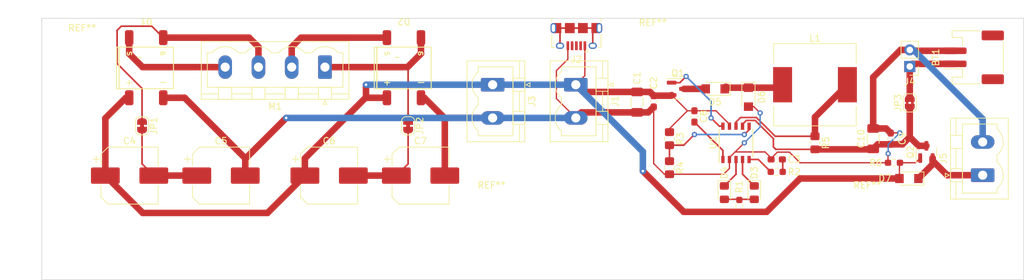
<source format=kicad_pcb>
(kicad_pcb (version 20211232) (generator pcbnew)
  (layers (0 "F.Cu" signal) (31 "B.Cu" signal) (34 "B.Paste" user) (35 "F.Paste" user) (36 "B.SilkS" user "B.Silkscreen") (37 "F.SilkS" user "F.Silkscreen") (38 "B.Mask" user) (39 "F.Mask" user) (44 "Edge.Cuts" user))
  (net 0 "")
  (net 1 "Net-(BT1-+)")
  (net 2 "/Power -")
  (net 3 "/Power +")
  (net 4 "Net-(U1-VG)")
  (net 5 "Net-(C3-Pad1)")
  (net 6 "Net-(D1-Pad3)")
  (net 7 "Net-(D5-K)")
  (net 8 "Net-(D3-K)")
  (net 9 "Net-(D3-A)")
  (net 10 "Net-(D4-K)")
  (net 11 "Net-(U1-CSP)")
  (net 12 "Net-(Q1-G)")
  (net 13 "Net-(U1-COM)")
  (net 14 "Net-(U1-MPPT)")
  (net 15 "Net-(JP1-B)")
  (net 16 "Net-(JP2-B)")
  (net 17 "Net-(D5-A)")
  (net 18 "Net-(JP1-A)")
  (net 19 "Net-(M1--)")
  (net 20 "Net-(JP2-A)")
  (net 21 "Net-(JP3-A)")
  (net 25 "unconnected-(J2-Shield)")
  (net 26 "Net-(D7-K)")
  (footprint "Resistor_SMD:R_0805_2012Metric_Pad1.20x1.40mm_HandSolder" (layer "F.Cu") (at 230.505 78.74 -90)
    (fp_text reference "R5" (at 0 -1.65 90) (layer "F.SilkS"))
    (fp_text value "Rcs")
    (pad "1" smd roundrect (at -1 0 270) (size 1.2 1.4) (layers "F.Cu" "F.Paste" "F.Mask") (roundrect_rratio 0.208333) (net 11 "Net-(U1-CSP)"))
    (pad "2" smd roundrect (at 1 0 270) (size 1.2 1.4) (layers "F.Cu" "F.Paste" "F.Mask") (roundrect_rratio 0.208333) (net 21 "Net-(JP3-A)"))
  )
  (footprint "Capacitor_SMD:C_0603_1608Metric_Pad1.08x0.95mm_HandSolder" (layer "F.Cu") (at 212.09 74.7025 -90)
    (fp_text reference "C8" (at 0 -1.43 90) (layer "F.SilkS"))
    (fp_text value "0.1uF")
    (pad "1" smd roundrect (at -0.8625 0 270) (size 1.075 0.95) (layers "F.Cu" "F.Paste" "F.Mask") (net 3 "/Power +"))
    (pad "2" smd roundrect (at 0.8625 0 270) (size 1.075 0.95) (layers "F.Cu" "F.Paste" "F.Mask") (net 4 "Net-(U1-VG)"))
  )
  (footprint "LED_SMD:LED_0805_2012Metric_Pad1.15x1.40mm_HandSolder" (layer "F.Cu") (at 216.662 86.36 -90)
    (fp_text reference "D4" (at -3.048 0 90) (layer "F.SilkS"))
    (fp_text value "LED Red")
    (pad "1" smd roundrect (at -1.025 0 270) (size 1.15 1.4) (layers "F.Cu" "F.Paste" "F.Mask") (roundrect_rratio 0.217391) (net 10 "Net-(D4-K)"))
    (pad "2" smd roundrect (at 1.025 0 270) (size 1.15 1.4) (layers "F.Cu" "F.Paste" "F.Mask") (roundrect_rratio 0.217391) (net 9 "Net-(D3-A)"))
  )
  (footprint "MountingHole:MountingHole_3.2mm_M3_DIN965" (layer "F.Cu") (at 205.74 64.135)
    (fp_text reference "REF**" (at 0 -3.8) (layer "F.SilkS"))
    (fp_text value "MountingHole_3.2mm_M3_DIN965")
    (pad "" np_thru_hole circle (at 0 0) (size 3.2 3.2) (drill 3.2) (layers *.Cu *.Mask))
  )
  (footprint "Connector_Phoenix_MSTB:PhoenixContact_MSTBVA_2,5_4-G-5,08_1x04_P5.08mm_Vertical" (layer "F.Cu") (at 155.6555 67.159 180)
    (fp_text reference "M1" (at 7.62 -6) (layer "F.SilkS"))
    (fp_text value "Stepper_Motor_bipolar")
    (pad "1" thru_hole roundrect (at 0 0 180) (size 2.08 3.6) (drill 1.4) (layers *.Cu *.Mask) (roundrect_rratio 0.120192) (net 20 "Net-(JP2-A)"))
    (pad "2" thru_hole oval (at 5.08 0 180) (size 2.08 3.6) (drill 1.4) (layers *.Cu *.Mask) (net 19 "Net-(M1--)"))
    (pad "3" thru_hole oval (at 10.16 0 180) (size 2.08 3.6) (drill 1.4) (layers *.Cu *.Mask) (net 18 "Net-(JP1-A)"))
    (pad "4" thru_hole oval (at 15.24 0 180) (size 2.08 3.6) (drill 1.4) (layers *.Cu *.Mask) (net 6 "Net-(D1-Pad3)"))
  )
  (footprint "Capacitor_SMD:CP_Elec_8x10.5" (layer "F.Cu") (at 125.8105 83.7565)
    (fp_text reference "C4" (at 0 -5.3) (layer "F.SilkS"))
    (fp_text value "C_Polarized_Small")
    (pad "1" smd roundrect (at -3.7 0) (size 4.4 2.5) (layers "F.Cu" "F.Paste" "F.Mask") (roundrect_rratio 0.1) (net 3 "/Power +"))
    (pad "2" smd roundrect (at 3.7 0) (size 4.4 2.5) (layers "F.Cu" "F.Paste" "F.Mask") (roundrect_rratio 0.1) (net 15 "Net-(JP1-B)"))
  )
  (footprint "Capacitor_SMD:CP_Elec_8x10.5" (layer "F.Cu") (at 139.7805 83.7565)
    (fp_text reference "C5" (at 0 -5.3) (layer "F.SilkS"))
    (fp_text value "C_Polarized_Small")
    (pad "1" smd roundrect (at -3.7 0) (size 4.4 2.5) (layers "F.Cu" "F.Paste" "F.Mask") (roundrect_rratio 0.1) (net 15 "Net-(JP1-B)"))
    (pad "2" smd roundrect (at 3.7 0) (size 4.4 2.5) (layers "F.Cu" "F.Paste" "F.Mask") (roundrect_rratio 0.1) (net 2 "/Power -"))
  )
  (footprint "Jumper:SolderJumper-2_P1.3mm_Bridged_RoundedPad1.0x1.5mm" (layer "F.Cu") (at 168.3555 76.1365 -90)
    (fp_text reference "JP2" (at 0 -1.8 90) (layer "F.SilkS"))
    (fp_text value "SolderJumper_2_Bridged")
    (fp_poly (pts (xy 0.25 -0.3) (xy -0.25 -0.3) (xy -0.25 0.3) (xy 0.25 0.3)) (fill solid) (layer "F.Cu"))
    (pad "1" smd custom (at -0.65 0 270) (size 1 0.5) (layers "F.Cu" "F.Mask") (net 20 "Net-(JP2-A)") (options (clearance outline) (anchor rect)) (primitives (gr_circle (center 0 0.25) (end 0.5 0.25) (width 0) (fill yes)) (gr_circle (center 0 -0.25) (end 0.5 -0.25) (width 0) (fill yes)) (gr_poly (pts (xy 0.5 0.75) (xy 0 0.75) (xy 0 -0.75) (xy 0.5 -0.75)) (width 0) (fill yes))))
    (pad "2" smd custom (at 0.65 0 270) (size 1 0.5) (layers "F.Cu" "F.Mask") (net 16 "Net-(JP2-B)") (options (clearance outline) (anchor rect)) (primitives (gr_circle (center 0 0.25) (end 0.5 0.25) (width 0) (fill yes)) (gr_circle (center 0 -0.25) (end 0.5 -0.25) (width 0) (fill yes)) (gr_poly (pts (xy 0 0.75) (xy -0.5 0.75) (xy -0.5 -0.75) (xy 0 -0.75)) (width 0) (fill yes))))
  )
  (footprint "Resistor_SMD:R_0805_2012Metric_Pad1.20x1.40mm_HandSolder" (layer "F.Cu") (at 208.28 78.105 -90)
    (fp_text reference "R3" (at 0 -1.65 90) (layer "F.SilkS"))
    (fp_text value "R_Small")
    (pad "1" smd roundrect (at -1 0 270) (size 1.2 1.4) (layers "F.Cu" "F.Paste" "F.Mask") (roundrect_rratio 0.208333) (net 3 "/Power +"))
    (pad "2" smd roundrect (at 1 0 270) (size 1.2 1.4) (layers "F.Cu" "F.Paste" "F.Mask") (roundrect_rratio 0.208333) (net 14 "Net-(U1-MPPT)"))
  )
  (footprint "Connector_Phoenix_MSTB:PhoenixContact_MSTBVA_2,5_2-G-5,08_1x02_P5.08mm_Vertical" (layer "F.Cu") (at 256.1195 83.693 90)
    (fp_text reference "J5" (at 2.54 -6 90) (layer "F.SilkS"))
    (fp_text value "Output")
    (pad "1" thru_hole roundrect (at 0 0 90) (size 2.08 3.6) (drill 1.4) (layers *.Cu *.Mask) (roundrect_rratio 0.120192) (net 26 "Net-(D7-K)"))
    (pad "2" thru_hole oval (at 5.08 0 90) (size 2.08 3.6) (drill 1.4) (layers *.Cu *.Mask) (net 2 "/Power -"))
  )
  (footprint "Capacitor_SMD:C_1206_3216Metric_Pad1.33x1.80mm_HandSolder" (layer "F.Cu") (at 203.327 72.517 -90)
    (fp_text reference "C1" (at -3.683 0 90) (layer "F.SilkS"))
    (fp_text value "10uF 50V")
    (pad "1" smd roundrect (at -1.5625 0 270) (size 1.325 1.8) (layers "F.Cu" "F.Paste" "F.Mask") (roundrect_rratio 0.188679) (net 3 "/Power +"))
    (pad "2" smd roundrect (at 1.5625 0 270) (size 1.325 1.8) (layers "F.Cu" "F.Paste" "F.Mask") (roundrect_rratio 0.188679) (net 2 "/Power -"))
  )
  (footprint "Resistor_SMD:R_0603_1608Metric_Pad0.98x0.95mm_HandSolder" (layer "F.Cu") (at 218.948 88.392 90)
    (fp_text reference "R1" (at 2.921 0 90) (layer "F.SilkS"))
    (fp_text value "R_Small")
    (pad "1" smd roundrect (at -0.9125 0 90) (size 0.975 0.95) (layers "F.Cu" "F.Paste" "F.Mask") (net 3 "/Power +"))
    (pad "2" smd roundrect (at 0.9125 0 90) (size 0.975 0.95) (layers "F.Cu" "F.Paste" "F.Mask") (net 9 "Net-(D3-A)"))
  )
  (footprint "Resistor_SMD:R_0603_1608Metric_Pad0.98x0.95mm_HandSolder" (layer "F.Cu") (at 224.663 83.185)
    (fp_text reference "R2" (at 2.667 0) (layer "F.SilkS"))
    (fp_text value "120R")
    (pad "1" smd roundrect (at -0.9125 0) (size 0.975 0.95) (layers "F.Cu" "F.Paste" "F.Mask") (net 13 "Net-(U1-COM)"))
    (pad "2" smd roundrect (at 0.9125 0) (size 0.975 0.95) (layers "F.Cu" "F.Paste" "F.Mask") (net 5 "Net-(C3-Pad1)"))
  )
  (footprint "Capacitor_SMD:CP_Elec_8x10.5" (layer "F.Cu") (at 170.2605 83.7565)
    (fp_text reference "C7" (at 0 -5.3) (layer "F.SilkS"))
    (fp_text value "C_Polarized_Small")
    (pad "1" smd roundrect (at -3.7 0) (size 4.4 2.5) (layers "F.Cu" "F.Paste" "F.Mask") (roundrect_rratio 0.1) (net 16 "Net-(JP2-B)"))
    (pad "2" smd roundrect (at 3.7 0) (size 4.4 2.5) (layers "F.Cu" "F.Paste" "F.Mask") (roundrect_rratio 0.1) (net 2 "/Power -"))
  )
  (footprint "Resistor_SMD:R_0603_1608Metric_Pad0.98x0.95mm_HandSolder" (layer "F.Cu") (at 242.57 81.788 180)
    (fp_text reference "R6" (at 2.794 0) (layer "F.SilkS"))
    (fp_text value "R_Small")
    (pad "1" smd roundrect (at -0.9125 0 180) (size 0.975 0.95) (layers "F.Cu" "F.Paste" "F.Mask") (net 3 "/Power +"))
    (pad "2" smd roundrect (at 0.9125 0 180) (size 0.975 0.95) (layers "F.Cu" "F.Paste" "F.Mask") (net 2 "/Power -"))
  )
  (footprint "MountingHole:MountingHole_3.2mm_M3_DIN965" (layer "F.Cu") (at 181.102 89.027)
    (fp_text reference "REF**" (at 0 -3.8) (layer "F.SilkS"))
    (fp_text value "MountingHole_3.2mm_M3_DIN965")
    (pad "" np_thru_hole circle (at 0 0) (size 3.2 3.2) (drill 3.2) (layers *.Cu *.Mask))
  )
  (footprint "LED_SMD:LED_0805_2012Metric_Pad1.15x1.40mm_HandSolder" (layer "F.Cu") (at 221.234 86.36 -90)
    (fp_text reference "D3" (at -3.048 0 90) (layer "F.SilkS"))
    (fp_text value "LED Green")
    (pad "1" smd roundrect (at -1.025 0 270) (size 1.15 1.4) (layers "F.Cu" "F.Paste" "F.Mask") (roundrect_rratio 0.217391) (net 8 "Net-(D3-K)"))
    (pad "2" smd roundrect (at 1.025 0 270) (size 1.15 1.4) (layers "F.Cu" "F.Paste" "F.Mask") (roundrect_rratio 0.217391) (net 9 "Net-(D3-A)"))
  )
  (footprint "Diode_SMD:D_SMF" (layer "F.Cu") (at 220.345 71.755 -90)
    (fp_text reference "D6" (at 0 -2 90) (layer "F.SilkS"))
    (fp_text value "D_Schottky")
    (pad "1" smd rect (at -1.45 0 270) (size 1.3 1.4) (layers "F.Cu" "F.Paste" "F.Mask") (net 7 "Net-(D5-K)"))
    (pad "2" smd rect (at 1.45 0 270) (size 1.3 1.4) (layers "F.Cu" "F.Paste" "F.Mask") (net 2 "/Power -"))
  )
  (footprint "Diode_SMD:D_SMF" (layer "F.Cu") (at 215.265 70.485 180)
    (fp_text reference "D5" (at 0 -2) (layer "F.SilkS"))
    (fp_text value "D_Schottky")
    (pad "1" smd rect (at -1.45 0 180) (size 1.3 1.4) (layers "F.Cu" "F.Paste" "F.Mask") (net 7 "Net-(D5-K)"))
    (pad "2" smd rect (at 1.45 0 180) (size 1.3 1.4) (layers "F.Cu" "F.Paste" "F.Mask") (net 17 "Net-(D5-A)"))
  )
  (footprint "Diode_SMD:D_SMF" (layer "F.Cu") (at 244.856 84.201 180)
    (fp_text reference "D7" (at 3.683 0) (layer "F.SilkS"))
    (fp_text value "D_Schottky")
    (pad "1" smd rect (at -1.45 0 180) (size 1.3 1.4) (layers "F.Cu" "F.Paste" "F.Mask") (net 26 "Net-(D7-K)"))
    (pad "2" smd rect (at 1.45 0 180) (size 1.3 1.4) (layers "F.Cu" "F.Paste" "F.Mask") (net 3 "/Power +"))
  )
  (footprint "Connector_Phoenix_MSTB:PhoenixContact_MSTBVA_2,5_2-G-5,08_1x02_P5.08mm_Vertical" (layer "F.Cu") (at 181.2685 69.85 -90)
    (fp_text reference "J3" (at 2.54 -6 90) (layer "F.SilkS"))
    (fp_text value "Wind Output")
    (pad "1" thru_hole roundrect (at 0 0 270) (size 2.08 3.6) (drill 1.4) (layers *.Cu *.Mask) (roundrect_rratio 0.120192) (net 3 "/Power +"))
    (pad "2" thru_hole oval (at 5.08 0 270) (size 2.08 3.6) (drill 1.4) (layers *.Cu *.Mask) (net 2 "/Power -"))
  )
  (footprint "Connector_Phoenix_MSTB:PhoenixContact_MSTBVA_2,5_2-G-5,08_1x02_P5.08mm_Vertical" (layer "F.Cu") (at 193.9685 69.85 -90)
    (fp_text reference "J1" (at 2.54 -6 90) (layer "F.SilkS"))
    (fp_text value "Solar Input")
    (pad "1" thru_hole roundrect (at 0 0 270) (size 2.08 3.6) (drill 1.4) (layers *.Cu *.Mask) (roundrect_rratio 0.120192) (net 3 "/Power +"))
    (pad "2" thru_hole oval (at 5.08 0 270) (size 2.08 3.6) (drill 1.4) (layers *.Cu *.Mask) (net 2 "/Power -"))
  )
  (footprint "Connector_USB:USB_Micro-B_Amphenol_10118194_Horizontal" (layer "F.Cu") (at 194.056 62.484 180)
    (fp_text reference "J2" (at 0 -3.5) (layer "F.SilkS"))
    (fp_text value "USB_B_Micro")
    (pad "1" smd rect (at -1.3 -1.4 180) (size 0.4 1.35) (layers "F.Cu" "F.Paste" "F.Mask") (net 3 "/Power +"))
    (pad "2" smd rect (at -0.65 -1.4 180) (size 0.4 1.35) (layers "F.Cu" "F.Paste" "F.Mask"))
    (pad "3" smd rect (at 0 -1.4 180) (size 0.4 1.35) (layers "F.Cu" "F.Paste" "F.Mask"))
    (pad "4" smd rect (at 0.65 -1.4 180) (size 0.4 1.35) (layers "F.Cu" "F.Paste" "F.Mask"))
    (pad "5" smd rect (at 1.3 -1.4 180) (size 0.4 1.35) (layers "F.Cu" "F.Paste" "F.Mask") (net 2 "/Power -"))
    (pad "6" thru_hole oval (at -3.5 1.3 180) (size 0.89 1.55) (drill oval 0.5 1.15) (layers *.Cu *.Mask) (net 25 "unconnected-(J2-Shield)"))
    (pad "6" smd rect (at -2.9 1.3 180) (size 1.2 1.55) (layers "F.Cu" "F.Paste" "F.Mask") (net 25 "unconnected-(J2-Shield)"))
    (pad "6" thru_hole oval (at -2.5 -1.4 180) (size 1.25 0.95) (drill oval 0.85 0.55) (layers *.Cu *.Mask) (net 25 "unconnected-(J2-Shield)"))
    (pad "6" smd rect (at -1 1.3 180) (size 1.5 1.55) (layers "F.Cu" "F.Paste" "F.Mask") (net 25 "unconnected-(J2-Shield)"))
    (pad "6" smd rect (at 1 1.3 180) (size 1.5 1.55) (layers "F.Cu" "F.Paste" "F.Mask") (net 25 "unconnected-(J2-Shield)"))
    (pad "6" thru_hole oval (at 2.5 -1.4 180) (size 1.25 0.95) (drill oval 0.85 0.55) (layers *.Cu *.Mask) (net 25 "unconnected-(J2-Shield)"))
    (pad "6" smd rect (at 2.9 1.3 180) (size 1.2 1.55) (layers "F.Cu" "F.Paste" "F.Mask") (net 25 "unconnected-(J2-Shield)"))
    (pad "6" thru_hole oval (at 3.5 1.3 180) (size 0.89 1.55) (drill oval 0.5 1.15) (layers *.Cu *.Mask) (net 25 "unconnected-(J2-Shield)"))
  )
  (footprint "Package_TO_SOT_SMD:SOT-23" (layer "F.Cu") (at 247.523 80.137 90)
    (fp_text reference "Q2" (at 0 -2.4 90) (layer "F.SilkS"))
    (fp_text value "P-channel 30V 4A MOSfet")
    (pad "1" smd roundrect (at -0.9375 -0.95 90) (size 1.475 0.6) (layers "F.Cu" "F.Paste" "F.Mask") (net 3 "/Power +"))
    (pad "2" smd roundrect (at -0.9375 0.95 90) (size 1.475 0.6) (layers "F.Cu" "F.Paste" "F.Mask") (net 26 "Net-(D7-K)"))
    (pad "3" smd roundrect (at 0.9375 0 90) (size 1.475 0.6) (layers "F.Cu" "F.Paste" "F.Mask") (net 21 "Net-(JP3-A)"))
  )
  (footprint "Capacitor_SMD:CP_Elec_8x10.5" (layer "F.Cu") (at 156.2905 83.7565)
    (fp_text reference "C6" (at 0 -5.3) (layer "F.SilkS"))
    (fp_text value "C_Polarized_Small")
    (pad "1" smd roundrect (at -3.7 0) (size 4.4 2.5) (layers "F.Cu" "F.Paste" "F.Mask") (roundrect_rratio 0.1) (net 3 "/Power +"))
    (pad "2" smd roundrect (at 3.7 0) (size 4.4 2.5) (layers "F.Cu" "F.Paste" "F.Mask") (roundrect_rratio 0.1) (net 16 "Net-(JP2-B)"))
  )
  (footprint "MountingHole:MountingHole_3.2mm_M3_DIN965" (layer "F.Cu") (at 118.5715 64.9605)
    (fp_text reference "REF**" (at 0 -3.8) (layer "F.SilkS"))
    (fp_text value "MountingHole_3.2mm_M3_DIN965")
    (pad "" np_thru_hole circle (at 0 0) (size 3.2 3.2) (drill 3.2) (layers *.Cu *.Mask))
  )
  (footprint "MountingHole:MountingHole_3.2mm_M3_DIN965" (layer "F.Cu") (at 238.506 89.027)
    (fp_text reference "REF**" (at 0 -3.8) (layer "F.SilkS"))
    (fp_text value "MountingHole_3.2mm_M3_DIN965")
    (pad "" np_thru_hole circle (at 0 0) (size 3.2 3.2) (drill 3.2) (layers *.Cu *.Mask))
  )
  (footprint "Capacitor_SMD:C_0603_1608Metric_Pad1.08x0.95mm_HandSolder" (layer "F.Cu") (at 224.663 81.28 180)
    (fp_text reference "C3" (at -2.667 0) (layer "F.SilkS"))
    (fp_text value "220nF")
    (pad "1" smd roundrect (at -0.8625 0 180) (size 1.075 0.95) (layers "F.Cu" "F.Paste" "F.Mask") (net 5 "Net-(C3-Pad1)"))
    (pad "2" smd roundrect (at 0.8625 0 180) (size 1.075 0.95) (layers "F.Cu" "F.Paste" "F.Mask") (net 2 "/Power -"))
  )
  (footprint "BridgeRectifier:BridgeRectifier_DBLS" (layer "F.Cu") (at 128.3505 67.2465 180)
    (fp_text reference "D1" (at 0 7.09 180 unlocked) (layer "F.SilkS"))
    (fp_text value "D_Bridge_+-AA")
    (fp_text user "~" (at -2.51 2.37 180 unlocked) (layer "F.SilkS"))
    (fp_text user "+" (at 2.57 -2.35 180 unlocked) (layer "F.SilkS"))
    (fp_text user "s" (at -2.67 2.16 270 unlocked) (layer "F.SilkS"))
    (fp_text user "~" (at 1.06 1.55 180 unlocked) (layer "F.SilkS"))
    (fp_text user "—" (at -2.61 -2.39 180 unlocked) (layer "F.SilkS"))
    (fp_text user "s" (at 2.44 2.16 270 unlocked) (layer "F.SilkS"))
    (pad "1" smd roundrect (at 2.6 -4.6 180) (size 1.3 2.3) (layers "F.Cu" "F.Paste" "F.Mask") (net 3 "/Power +"))
    (pad "2" smd roundrect (at -2.6 -4.6 180) (size 1.3 2.3) (layers "F.Cu" "F.Paste" "F.Mask") (net 2 "/Power -"))
    (pad "3" smd roundrect (at 2.6 4.6 180) (size 1.3 2.3) (layers "F.Cu" "F.Paste" "F.Mask") (net 6 "Net-(D1-Pad3)"))
    (pad "4" smd roundrect (at -2.6 4.6 180) (size 1.3 2.3) (layers "F.Cu" "F.Paste" "F.Mask") (net 18 "Net-(JP1-A)"))
  )
  (footprint "BridgeRectifier:BridgeRectifier_DBLS" (layer "F.Cu") (at 167.7205 67.2465 180)
    (fp_text reference "D2" (at 0 7.09 180 unlocked) (layer "F.SilkS"))
    (fp_text value "D_Bridge_+-AA")
    (fp_text user "—" (at -2.61 -2.39 180 unlocked) (layer "F.SilkS"))
    (fp_text user "s" (at 2.44 2.16 270 unlocked) (layer "F.SilkS"))
    (fp_text user "~" (at 1.06 1.55 180 unlocked) (layer "F.SilkS"))
    (fp_text user "~" (at -2.51 2.37 180 unlocked) (layer "F.SilkS"))
    (fp_text user "+" (at 2.57 -2.35 180 unlocked) (layer "F.SilkS"))
    (fp_text user "s" (at -2.67 2.16 270 unlocked) (layer "F.SilkS"))
    (pad "1" smd roundrect (at 2.6 -4.6 180) (size 1.3 2.3) (layers "F.Cu" "F.Paste" "F.Mask") (net 3 "/Power +"))
    (pad "2" smd roundrect (at -2.6 -4.6 180) (size 1.3 2.3) (layers "F.Cu" "F.Paste" "F.Mask") (net 2 "/Power -"))
    (pad "3" smd roundrect (at 2.6 4.6 180) (size 1.3 2.3) (layers "F.Cu" "F.Paste" "F.Mask") (net 19 "Net-(M1--)"))
    (pad "4" smd roundrect (at -2.6 4.6 180) (size 1.3 2.3) (layers "F.Cu" "F.Paste" "F.Mask") (net 20 "Net-(JP2-A)"))
  )
  (footprint "Inductor_SMD:L_12x12mm_H6mm" (layer "F.Cu") (at 230.505 69.85)
    (fp_text reference "L1" (at 0 -7.1) (layer "F.SilkS"))
    (fp_text value "100uH 2.5A")
    (pad "1" smd rect (at -4.95 0) (size 2.9 5.4) (layers "F.Cu" "F.Paste" "F.Mask") (net 7 "Net-(D5-K)"))
    (pad "2" smd rect (at 4.95 0) (size 2.9 5.4) (layers "F.Cu" "F.Paste" "F.Mask") (net 11 "Net-(U1-CSP)"))
  )
  (footprint "Jumper:SolderJumper-2_P1.3mm_Bridged_RoundedPad1.0x1.5mm" (layer "F.Cu") (at 127.7155 76.1365 -90)
    (fp_text reference "JP1" (at 0 -1.8 90) (layer "F.SilkS"))
    (fp_text value "SolderJumper_2_Bridged")
    (fp_poly (pts (xy 0.25 -0.3) (xy -0.25 -0.3) (xy -0.25 0.3) (xy 0.25 0.3)) (fill solid) (layer "F.Cu"))
    (pad "1" smd custom (at -0.65 0 270) (size 1 0.5) (layers "F.Cu" "F.Mask") (net 18 "Net-(JP1-A)") (options (clearance outline) (anchor rect)) (primitives (gr_circle (center 0 0.25) (end 0.5 0.25) (width 0) (fill yes)) (gr_circle (center 0 -0.25) (end 0.5 -0.25) (width 0) (fill yes)) (gr_poly (pts (xy 0.5 0.75) (xy 0 0.75) (xy 0 -0.75) (xy 0.5 -0.75)) (width 0) (fill yes))))
    (pad "2" smd custom (at 0.65 0 270) (size 1 0.5) (layers "F.Cu" "F.Mask") (net 15 "Net-(JP1-B)") (options (clearance outline) (anchor rect)) (primitives (gr_circle (center 0 0.25) (end 0.5 0.25) (width 0) (fill yes)) (gr_circle (center 0 -0.25) (end 0.5 -0.25) (width 0) (fill yes)) (gr_poly (pts (xy 0 0.75) (xy -0.5 0.75) (xy -0.5 -0.75) (xy 0 -0.75)) (width 0) (fill yes))))
  )
  (footprint "Resistor_SMD:R_0805_2012Metric_Pad1.20x1.40mm_HandSolder" (layer "F.Cu") (at 208.28 82.55 -90)
    (fp_text reference "R4" (at 0 -1.65 90) (layer "F.SilkS"))
    (fp_text value "R_Small")
    (pad "1" smd roundrect (at -1 0 270) (size 1.2 1.4) (layers "F.Cu" "F.Paste" "F.Mask") (roundrect_rratio 0.208333) (net 14 "Net-(U1-MPPT)"))
    (pad "2" smd roundrect (at 1 0 270) (size 1.2 1.4) (layers "F.Cu" "F.Paste" "F.Mask") (roundrect_rratio 0.208333) (net 2 "/Power -"))
  )
  (footprint "Capacitor_SMD:C_0603_1608Metric_Pad1.08x0.95mm_HandSolder" (layer "F.Cu") (at 242.062 78.105 90)
    (fp_text reference "C9" (at 0 1.778 90) (layer "F.SilkS"))
    (fp_text value "1uF")
    (pad "1" smd roundrect (at -0.8625 0 90) (size 1.075 0.95) (layers "F.Cu" "F.Paste" "F.Mask") (net 21 "Net-(JP3-A)"))
    (pad "2" smd roundrect (at 0.8625 0 90) (size 1.075 0.95) (layers "F.Cu" "F.Paste" "F.Mask") (net 2 "/Power -"))
  )
  (footprint "Connector_JST:JST_PH_S2B-PH-SM4-TB_1x02-1MP_P2.00mm_Horizontal" (layer "F.Cu") (at 254.762 65.659 90)
    (fp_text reference "BT1" (at 0 -5.8 90) (layer "F.SilkS"))
    (fp_text value "Battery_Cell")
    (pad "1" smd roundrect (at -1 -2.85 90) (size 1 3.5) (layers "F.Cu" "F.Paste" "F.Mask") (net 1 "Net-(BT1-+)"))
    (pad "2" smd roundrect (at 1 -2.85 90) (size 1 3.5) (layers "F.Cu" "F.Paste" "F.Mask") (net 2 "/Power -"))
    (pad "MP" smd roundrect (at -3.35 2.9 90) (size 1.5 3.4) (layers "F.Cu" "F.Paste" "F.Mask") (roundrect_rratio 0.166667))
    (pad "MP" smd roundrect (at 3.35 2.9 90) (size 1.5 3.4) (layers "F.Cu" "F.Paste" "F.Mask") (roundrect_rratio 0.166667))
  )
  (footprint "Jumper:SolderJumper-2_P1.3mm_Bridged2Bar_RoundedPad1.0x1.5mm" (layer "F.Cu") (at 244.983 72.629 90)
    (fp_text reference "JP3" (at 0 -1.8 90) (layer "F.SilkS"))
    (fp_text value "Test Point")
    (fp_poly (pts (xy -0.25 -0.6) (xy 0.25 -0.6) (xy 0.25 -0.2) (xy -0.25 -0.2)) (fill solid) (layer "F.Cu"))
    (fp_poly (pts (xy -0.25 0.2) (xy 0.25 0.2) (xy 0.25 0.6) (xy -0.25 0.6)) (fill solid) (layer "F.Cu"))
    (pad "1" smd custom (at -0.65 0 90) (size 1 0.5) (layers "F.Cu" "F.Mask") (net 21 "Net-(JP3-A)") (options (clearance outline) (anchor rect)) (primitives (gr_circle (center 0 0.25) (end 0.5 0.25) (width 0) (fill yes)) (gr_circle (center 0 -0.25) (end 0.5 -0.25) (width 0) (fill yes)) (gr_poly (pts (xy 0.5 0.75) (xy 0 0.75) (xy 0 -0.75) (xy 0.5 -0.75)) (width 0) (fill yes))))
    (pad "2" smd custom (at 0.65 0 90) (size 1 0.5) (layers "F.Cu" "F.Mask") (net 1 "Net-(BT1-+)") (options (clearance outline) (anchor rect)) (primitives (gr_circle (center 0 0.25) (end 0.5 0.25) (width 0) (fill yes)) (gr_circle (center 0 -0.25) (end 0.5 -0.25) (width 0) (fill yes)) (gr_poly (pts (xy 0 0.75) (xy -0.5 0.75) (xy -0.5 -0.75) (xy 0 -0.75)) (width 0) (fill yes))))
  )
  (footprint "Package_TO_SOT_SMD:SOT-23" (layer "F.Cu") (at 209.55 70.485)
    (fp_text reference "Q1" (at 0 -2.4) (layer "F.SilkS"))
    (fp_text value "P-channel 30V 4A MOSfet")
    (pad "1" smd roundrect (at -0.9375 -0.95) (size 1.475 0.6) (layers "F.Cu" "F.Paste" "F.Mask") (net 12 "Net-(Q1-G)"))
    (pad "2" smd roundrect (at -0.9375 0.95) (size 1.475 0.6) (layers "F.Cu" "F.Paste" "F.Mask") (net 3 "/Power +"))
    (pad "3" smd roundrect (at 0.9375 0) (size 1.475 0.6) (layers "F.Cu" "F.Paste" "F.Mask") (net 17 "Net-(D5-A)"))
  )
  (footprint "Connector_PinHeader_2.54mm:PinHeader_1x02_P2.54mm_Vertical" (layer "F.Cu") (at 244.983 67.061 180)
    (fp_text reference "J4" (at 0 -2.33) (layer "F.SilkS"))
    (fp_text value "Battery")
    (pad "1" thru_hole rect (at 0 0 180) (size 1.7 1.7) (drill 1) (layers *.Cu *.Mask) (net 1 "Net-(BT1-+)"))
    (pad "2" thru_hole oval (at 0 2.54 180) (size 1.7 1.7) (drill 1) (layers *.Cu *.Mask) (net 2 "/Power -"))
  )
  (footprint "Capacitor_SMD:C_1206_3216Metric_Pad1.33x1.80mm_HandSolder" (layer "F.Cu") (at 239.395 78.105 90)
    (fp_text reference "C10" (at 0 -1.85 90) (layer "F.SilkS"))
    (fp_text value "10uF 50V")
    (pad "1" smd roundrect (at -1.5625 0 90) (size 1.325 1.8) (layers "F.Cu" "F.Paste" "F.Mask") (roundrect_rratio 0.188679) (net 21 "Net-(JP3-A)"))
    (pad "2" smd roundrect (at 1.5625 0 90) (size 1.325 1.8) (layers "F.Cu" "F.Paste" "F.Mask") (roundrect_rratio 0.188679) (net 2 "/Power -"))
  )
  (footprint "Package_SO:SSOP-10_3.9x4.9mm_P1.00mm" (layer "F.Cu") (at 218.44 78.74 90)
    (fp_text reference "U1" (at 0 -3.5 90) (layer "F.SilkS"))
    (fp_text value "CN3791")
    (pad "1" smd rect (at -2.55 -2 90) (size 1.1 0.51) (layers "F.Cu" "F.Paste" "F.Mask") (net 4 "Net-(U1-VG)"))
    (pad "2" smd rect (at -2.55 -1 90) (size 1.1 0.51) (layers "F.Cu" "F.Paste" "F.Mask") (net 2 "/Power -"))
    (pad "3" smd rect (at -2.55 0 90) (size 1.1 0.51) (layers "F.Cu" "F.Paste" "F.Mask") (net 10 "Net-(D4-K)"))
    (pad "4" smd rect (at -2.55 1 90) (size 1.1 0.51) (layers "F.Cu" "F.Paste" "F.Mask") (net 8 "Net-(D3-K)"))
    (pad "5" smd rect (at -2.55 2 90) (size 1.1 0.51) (layers "F.Cu" "F.Paste" "F.Mask") (net 13 "Net-(U1-COM)"))
    (pad "6" smd rect (at 2.55 2 90) (size 1.1 0.51) (layers "F.Cu" "F.Paste" "F.Mask") (net 14 "Net-(U1-MPPT)"))
    (pad "7" smd rect (at 2.55 1 90) (size 1.1 0.51) (layers "F.Cu" "F.Paste" "F.Mask") (net 21 "Net-(JP3-A)"))
    (pad "8" smd rect (at 2.55 0 90) (size 1.1 0.51) (layers "F.Cu" "F.Paste" "F.Mask") (net 11 "Net-(U1-CSP)"))
    (pad "9" smd rect (at 2.55 -1 90) (size 1.1 0.51) (layers "F.Cu" "F.Paste" "F.Mask") (net 3 "/Power +"))
    (pad "10" smd rect (at 2.55 -2 90) (size 1.1 0.51) (layers "F.Cu" "F.Paste" "F.Mask") (net 12 "Net-(Q1-G)"))
  )
  (footprint "Capacitor_SMD:C_0603_1608Metric_Pad1.08x0.95mm_HandSolder" (layer "F.Cu") (at 205.867 72.39 -90)
    (fp_text reference "C2" (at -2.794 0 90) (layer "F.SilkS"))
    (fp_text value "1uF")
    (pad "1" smd roundrect (at -0.8625 0 270) (size 1.075 0.95) (layers "F.Cu" "F.Paste" "F.Mask") (net 3 "/Power +"))
    (pad "2" smd roundrect (at 0.8625 0 270) (size 1.075 0.95) (layers "F.Cu" "F.Paste" "F.Mask") (net 2 "/Power -"))
  )
  (gr_rect (start 112.395 59.69) (end 262.395 99.69) (stroke (width 0.1)) (fill none) (layer "Edge.Cuts"))
  (segment (start 245.385 66.659) (end 244.983 67.061) (width 1) (layer "F.Cu") (net 1))
  (segment (start 244.983 67.061) (end 244.983 71.979) (width 1) (layer "F.Cu") (net 1))
  (segment (start 251.912 66.659) (end 245.385 66.659) (width 1) (layer "F.Cu") (net 1))
  (segment (start 173.9605 83.7565) (end 173.9605 74.9765) (width 1) (layer "F.Cu") (net 2))
  (segment (start 241.6575 81.788) (end 241.6575 80.4145) (width 0.2) (layer "F.Cu") (net 2))
  (segment (start 239.395 76.5425) (end 239.395 68.707) (width 1) (layer "F.Cu") (net 2))
  (segment (start 134.2205 71.8465) (end 130.9505 71.8465) (width 1) (layer "F.Cu") (net 2))
  (segment (start 192.756 63.884) (end 192.756 65.943) (width 0.2) (layer "F.Cu") (net 2))
  (segment (start 173.9605 74.9765) (end 170.8305 71.8465) (width 1) (layer "F.Cu") (net 2))
  (segment (start 226.59552 80.16452) (end 228.219 81.788) (width 0.2) (layer "F.Cu") (net 2))
  (segment (start 223.8005 81.28) (end 223.8005 81.1265) (width 0.2) (layer "F.Cu") (net 2))
  (segment (start 192.756 65.943) (end 191.008 67.691) (width 0.2) (layer "F.Cu") (net 2))
  (segment (start 224.76248 80.16452) (end 226.59552 80.16452) (width 0.2) (layer "F.Cu") (net 2))
  (segment (start 217.44 81.29) (end 217.44 82.661) (width 0.2) (layer "F.Cu") (net 2))
  (segment (start 149.733 74.93) (end 143.5565 81.1065) (width 1) (layer "F.Cu") (net 2))
  (segment (start 208.28 83.55) (end 207.502 83.55) (width 0.2) (layer "F.Cu") (net 2))
  (segment (start 228.219 81.788) (end 241.6575 81.788) (width 0.2) (layer "F.Cu") (net 2))
  (segment (start 143.5565 81.1065) (end 143.4805 81.1065) (width 1) (layer "F.Cu") (net 2))
  (segment (start 220.345 73.205) (end 221.16 73.205) (width 0.2) (layer "F.Cu") (net 2))
  (segment (start 203.327 74.0795) (end 194.819 74.0795) (width 1) (layer "F.Cu") (net 2))
  (segment (start 143.4805 83.7565) (end 143.4805 81.1065) (width 1) (layer "F.Cu") (net 2))
  (segment (start 239.395 76.5425) (end 241.362 76.5425) (width 1) (layer "F.Cu") (net 2))
  (segment (start 205.867 81.915) (end 205.867 73.2525) (width 0.2) (layer "F.Cu") (net 2))
  (segment (start 223.8005 81.28) (end 223.8005 81.0525) (width 0.2) (layer "F.Cu") (net 2))
  (segment (start 207.502 83.55) (end 205.867 81.915) (width 0.2) (layer "F.Cu") (net 2))
  (segment (start 191.008 71.9695) (end 193.9685 74.93) (width 0.2) (layer "F.Cu") (net 2))
  (segment (start 242.0885 77.216) (end 242.062 77.2425) (width 0.2) (layer "F.Cu") (net 2))
  (segment (start 174.007 74.93) (end 173.9605 74.9765) (width 1) (layer "F.Cu") (net 2))
  (segment (start 219.71 78.74) (end 218.313 80.137) (width 0.2) (layer "F.Cu") (net 2))
  (segment (start 205.04 74.0795) (end 205.867 73.2525) (width 1) (layer "F.Cu") (net 2))
  (segment (start 243.581 64.521) (end 244.983 64.521) (width 1) (layer "F.Cu") (net 2))
  (segment (start 241.362 76.5425) (end 242.062 77.2425) (width 1) (layer "F.Cu") (net 2))
  (segment (start 243.459 77.216) (end 242.0885 77.216) (width 0.2) (layer "F.Cu") (net 2))
  (segment (start 191.008 67.691) (end 191.008 71.9695) (width 0.2) (layer "F.Cu") (net 2))
  (segment (start 143.4805 81.1065) (end 134.2205 71.8465) (width 1) (layer "F.Cu") (net 2))
  (segment (start 217.44 82.661) (end 216.551 83.55) (width 0.2) (layer "F.Cu") (net 2))
  (segment (start 217.44 80.995) (end 217.44 81.29) (width 0.2) (layer "F.Cu") (net 2))
  (segment (start 218.298 80.137) (end 217.44 80.995) (width 0.2) (layer "F.Cu") (net 2))
  (segment (start 217.44 81.585) (end 217.424 81.601) (width 0.2) (layer "F.Cu") (net 2))
  (segment (start 251.912 64.659) (end 245.121 64.659) (width 1) (layer "F.Cu") (net 2))
  (segment (start 222.885 80.137) (end 218.298 80.137) (width 0.2) (layer "F.Cu") (net 2))
  (segment (start 217.44 81.29) (end 217.44 81.585) (width 0.2) (layer "F.Cu") (net 2))
  (segment (start 239.395 68.707) (end 243.581 64.521) (width 1) (layer "F.Cu") (net 2))
  (segment (start 203.327 74.0795) (end 205.04 74.0795) (width 1) (layer "F.Cu") (net 2))
  (segment (start 245.121 64.659) (end 244.983 64.521) (width 1) (layer "F.Cu") (net 2))
  (segment (start 170.8305 71.8465) (end 170.3205 71.8465) (width 1) (layer "F.Cu") (net 2))
  (segment (start 216.551 83.55) (end 208.28 83.55) (width 0.2) (layer "F.Cu") (net 2))
  (segment (start 223.8005 81.0525) (end 222.885 80.137) (width 0.2) (layer "F.Cu") (net 2))
  (segment (start 181.2685 74.93) (end 174.007 74.93) (width 1) (layer "F.Cu") (net 2))
  (segment (start 223.8005 81.1265) (end 224.76248 80.16452) (width 0.2) (layer "F.Cu") (net 2))
  (segment (start 218.313 80.137) (end 218.298 80.137) (width 0.2) (layer "F.Cu") (net 2))
  (segment (start 194.819 74.0795) (end 193.9685 74.93) (width 1) (layer "F.Cu") (net 2))
  (segment (start 221.16 73.205) (end 222.123 74.168) (width 0.2) (layer "F.Cu") (net 2))
  (segment (start 241.6575 80.4145) (end 241.681 80.391) (width 0.2) (layer "F.Cu") (net 2))
  (via (at 243.459 77.216) (size 0.8) (drill 0.4) (layers "F.Cu" "B.Cu") (net 2))
  (via (at 219.71 78.74) (size 0.8) (drill 0.4) (layers "F.Cu" "B.Cu") (net 2))
  (via (at 149.733 74.93) (size 0.8) (drill 0.4) (layers "F.Cu" "B.Cu") (net 2))
  (via (at 222.123 74.168) (size 0.8) (drill 0.4) (layers "F.Cu" "B.Cu") (net 2))
  (via (at 241.681 80.391) (size 0.8) (drill 0.4) (layers "F.Cu" "B.Cu") (net 2))
  (segment (start 256.1195 78.613) (end 256.1195 75.098478) (width 1) (layer "B.Cu") (net 2))
  (segment (start 241.681 78.994) (end 243.459 77.216) (width 0.2) (layer "B.Cu") (net 2))
  (segment (start 256.1195 75.098478) (end 245.542022 64.521) (width 1) (layer "B.Cu") (net 2))
  (segment (start 245.542022 64.521) (end 244.983 64.521) (width 1) (layer "B.Cu") (net 2))
  (segment (start 181.2685 74.93) (end 149.733 74.93) (width 1) (layer "B.Cu") (net 2))
  (segment (start 181.2685 74.93) (end 193.9685 74.93) (width 1) (layer "B.Cu") (net 2))
  (segment (start 222.123 76.327) (end 219.71 78.74) (width 0.2) (layer "B.Cu") (net 2))
  (segment (start 222.123 74.168) (end 222.123 76.327) (width 0.2) (layer "B.Cu") (net 2))
  (segment (start 241.681 80.391) (end 241.681 78.994) (width 0.2) (layer "B.Cu") (net 2))
  (segment (start 210.4625 89.3045) (end 204.216 83.058) (width 1) (layer "F.Cu") (net 3))
  (segment (start 205.867 71.5275) (end 208.52 71.5275) (width 1) (layer "F.Cu") (net 3))
  (segment (start 152.5905 83.7565) (end 152.5905 81.1065) (width 1) (layer "F.Cu") (net 3))
  (segment (start 203.327 70.9545) (end 205.294 70.9545) (width 1) (layer "F.Cu") (net 3))
  (segment (start 218.948 89.3045) (end 210.4625 89.3045) (width 1) (layer "F.Cu") (net 3))
  (segment (start 211.0175 73.84) (end 212.09 73.84) (width 0.2) (layer "F.Cu") (net 3))
  (segment (start 215.385 73.84) (end 217.44 75.895) (width 0.2) (layer "F.Cu") (net 3))
  (segment (start 161.8505 71.8465) (end 165.1205 71.8465) (width 1) (layer "F.Cu") (net 3))
  (segment (start 203.327 70.9545) (end 195.073 70.9545) (width 1) (layer "F.Cu") (net 3))
  (segment (start 223.1155 89.3045) (end 218.948 89.3045) (width 1) (layer "F.Cu") (net 3))
  (segment (start 195.073 70.9545) (end 193.9685 69.85) (width 1) (layer "F.Cu") (net 3))
  (segment (start 208.52 71.5275) (end 208.6125 71.435) (width 1) (layer "F.Cu") (net 3))
  (segment (start 243.406 84.201) (end 228.219 84.201) (width 1) (layer "F.Cu") (net 3))
  (segment (start 161.925 71.772) (end 161.8505 71.8465) (width 1) (layer "F.Cu") (net 3))
  (segment (start 245.8595 81.788) (end 246.573 81.0745) (width 0.2) (layer "F.Cu") (net 3))
  (segment (start 208.28 76.5775) (end 211.0175 73.84) (width 0.2) (layer "F.Cu") (net 3))
  (segment (start 217.44 75.895) (end 217.44 76.19) (width 0.2) (layer "F.Cu") (net 3))
  (segment (start 243.406 84.201) (end 243.406 81.8645) (width 0.2) (layer "F.Cu") (net 3))
  (segment (start 243.4825 81.788) (end 245.8595 81.788) (width 0.2) (layer "F.Cu") (net 3))
  (segment (start 208.28 77.105) (end 208.28 76.5775) (width 0.2) (layer "F.Cu") (net 3))
  (segment (start 195.356 68.4625) (end 193.9685 69.85) (width 0.2) (layer "F.Cu") (net 3))
  (segment (start 212.09 73.84) (end 215.385 73.84) (width 0.2) (layer "F.Cu") (net 3))
  (segment (start 152.5905 81.1065) (end 161.8505 71.8465) (width 1) (layer "F.Cu") (net 3))
  (segment (start 125.2405 71.8465) (end 125.7505 71.8465) (width 1) (layer "F.Cu") (net 3))
  (segment (start 122.1105 83.7565) (end 127.8255 89.4715) (width 1) (layer "F.Cu") (net 3))
  (segment (start 146.8755 89.4715) (end 152.5905 83.7565) (width 1) (layer "F.Cu") (net 3))
  (segment (start 205.294 70.9545) (end 205.867 71.5275) (width 1) (layer "F.Cu") (net 3))
  (segment (start 161.925 69.85) (end 161.925 71.772) (width 1) (layer "F.Cu") (net 3))
  (segment (start 195.356 63.884) (end 195.356 68.4625) (width 0.2) (layer "F.Cu") (net 3))
  (segment (start 228.219 84.201) (end 223.1155 89.3045) (width 1) (layer "F.Cu") (net 3))
  (segment (start 152.5905 83.7565) (end 152.4805 83.7565) (width 1.3) (layer "F.Cu") (net 3))
  (segment (start 243.406 81.8645) (end 243.4825 81.788) (width 0.2) (layer "F.Cu") (net 3))
  (segment (start 208.6125 71.435) (end 211.0175 73.84) (width 0.2) (layer "F.Cu") (net 3))
  (segment (start 122.1105 83.7565) (end 122.1105 74.9765) (width 1) (layer "F.Cu") (net 3))
  (segment (start 122.1105 74.9765) (end 125.2405 71.8465) (width 1) (layer "F.Cu") (net 3))
  (segment (start 127.8255 89.4715) (end 146.8755 89.4715) (width 1) (layer "F.Cu") (net 3))
  (via (at 204.216 83.058) (size 0.8) (drill 0.4) (layers "F.Cu" "B.Cu") (net 3))
  (via (at 161.925 69.85) (size 0.8) (drill 0.4) (layers "F.Cu" "B.Cu") (net 3))
  (segment (start 204.216 80.0975) (end 193.9685 69.85) (width 1) (layer "B.Cu") (net 3))
  (segment (start 193.9685 69.85) (end 181.2685 69.85) (width 1) (layer "B.Cu") (net 3))
  (segment (start 204.216 83.058) (end 204.216 80.0975) (width 1) (layer "B.Cu") (net 3))
  (segment (start 181.2685 69.85) (end 161.925 69.85) (width 1) (layer "B.Cu") (net 3))
  (segment (start 216.44 79.915) (end 216.44 81.29) (width 0.25) (layer "F.Cu") (net 4))
  (segment (start 212.09 75.565) (end 216.44 79.915) (width 0.25) (layer "F.Cu") (net 4))
  (segment (start 225.5755 83.185) (end 225.5755 81.33) (width 0.25) (layer "F.Cu") (net 5))
  (segment (start 225.5755 81.33) (end 225.5255 81.28) (width 0.25) (layer "F.Cu") (net 5))
  (segment (start 125.7505 65.1065) (end 125.7505 62.6465) (width 1) (layer "F.Cu") (net 6))
  (segment (start 140.4155 67.159) (end 127.803 67.159) (width 1) (layer "F.Cu") (net 6))
  (segment (start 127.803 67.159) (end 125.7505 65.1065) (width 1) (layer "F.Cu") (net 6))
  (segment (start 225.555 69.85) (end 225.1 70.305) (width 1.3) (layer "F.Cu") (net 7))
  (segment (start 216.895 70.305) (end 216.715 70.485) (width 1.3) (layer "F.Cu") (net 7))
  (segment (start 220.345 70.305) (end 216.895 70.305) (width 1) (layer "F.Cu") (net 7))
  (segment (start 225.1 70.305) (end 220.345 70.305) (width 1) (layer "F.Cu") (net 7))
  (segment (start 219.44 81.29) (end 219.44 83.541) (width 0.25) (layer "F.Cu") (net 8))
  (segment (start 219.44 83.541) (end 221.234 85.335) (width 0.25) (layer "F.Cu") (net 8))
  (segment (start 219.0425 87.385) (end 218.948 87.4795) (width 0.25) (layer "F.Cu") (net 9))
  (segment (start 216.662 87.385) (end 218.8535 87.385) (width 0.25) (layer "F.Cu") (net 9))
  (segment (start 221.234 87.385) (end 219.0425 87.385) (width 0.25) (layer "F.Cu") (net 9))
  (segment (start 218.8535 87.385) (end 218.948 87.4795) (width 0.25) (layer "F.Cu") (net 9))
  (segment (start 218.44 83.557) (end 216.662 85.335) (width 0.25) (layer "F.Cu") (net 10))
  (segment (start 218.44 81.29) (end 218.44 83.557) (width 0.25) (layer "F.Cu") (net 10))
  (segment (start 224.425 77.74) (end 230.505 77.74) (width 0.25) (layer "F.Cu") (net 11))
  (segment (start 218.44 76.19) (end 218.44 75.565) (width 0.25) (layer "F.Cu") (net 11))
  (segment (start 219.139031 74.865969) (end 221.550969 74.865969) (width 0.25) (layer "F.Cu") (net 11))
  (segment (start 218.44 75.565) (end 219.139031 74.865969) (width 0.25) (layer "F.Cu") (net 11))
  (segment (start 230.505 74.8) (end 235.455 69.85) (width 1) (layer "F.Cu") (net 11))
  (segment (start 221.550969 74.865969) (end 224.425 77.74) (width 0.25) (layer "F.Cu") (net 11))
  (segment (start 230.505 77.74) (end 230.505 74.8) (width 1) (layer "F.Cu") (net 11))
  (segment (start 215.89 76.19) (end 214.63 74.93) (width 0.25) (layer "F.Cu") (net 12))
  (segment (start 208.6125 69.535) (end 209.865 69.535) (width 0.25) (layer "F.Cu") (net 12))
  (segment (start 216.44 76.19) (end 215.89 76.19) (width 0.25) (layer "F.Cu") (net 12))
  (segment (start 209.865 69.535) (end 210.82 68.58) (width 0.25) (layer "F.Cu") (net 12))
  (via (at 210.82 68.58) (size 0.8) (drill 0.4) (layers "F.Cu" "B.Cu") (net 12))
  (via (at 214.63 74.93) (size 0.8) (drill 0.4) (layers "F.Cu" "B.Cu") (net 12))
  (segment (start 214.63 74.93) (end 214.63 72.39) (width 0.25) (layer "B.Cu") (net 12))
  (segment (start 214.63 72.39) (end 210.82 68.58) (width 0.25) (layer "B.Cu") (net 12))
  (segment (start 220.44 81.29) (end 221.8555 81.29) (width 0.25) (layer "F.Cu") (net 13))
  (segment (start 221.8555 81.29) (end 223.7505 83.185) (width 0.25) (layer "F.Cu") (net 13))
  (segment (start 220.44 76.19) (end 220.44 76.74) (width 0.25) (layer "F.Cu") (net 14))
  (segment (start 208.28 79.105) (end 208.28 81.55) (width 0.25) (layer "F.Cu") (net 14))
  (segment (start 212.09 77.47) (end 210.455 79.105) (width 0.25) (layer "F.Cu") (net 14))
  (segment (start 220.44 76.74) (end 219.71 77.47) (width 0.25) (layer "F.Cu") (net 14))
  (segment (start 210.455 79.105) (end 208.28 79.105) (width 0.25) (layer "F.Cu") (net 14))
  (via (at 219.71 77.47) (size 0.8) (drill 0.4) (layers "F.Cu" "B.Cu") (net 14))
  (via (at 212.09 77.47) (size 0.8) (drill 0.4) (layers "F.Cu" "B.Cu") (net 14))
  (segment (start 219.71 77.47) (end 212.09 77.47) (width 0.25) (layer "B.Cu") (net 14))
  (segment (start 127.7155 81.9615) (end 129.5105 83.7565) (width 0.25) (layer "F.Cu") (net 15))
  (segment (start 136.0805 83.7565) (end 129.5105 83.7565) (width 1) (layer "F.Cu") (net 15))
  (segment (start 127.7155 76.7865) (end 127.7155 81.9615) (width 0.25) (layer "F.Cu") (net 15))
  (segment (start 168.3555 81.9615) (end 166.5605 83.7565) (width 0.25) (layer "F.Cu") (net 16))
  (segment (start 166.5605 83.7565) (end 159.9905 83.7565) (width 1) (layer "F.Cu") (net 16))
  (segment (start 168.3555 76.7865) (end 168.3555 81.9615) (width 0.25) (layer "F.Cu") (net 16))
  (segment (start 210.4875 70.485) (end 213.815 70.485) (width 1) (layer "F.Cu") (net 17))
  (segment (start 127.7155 75.4865) (end 127.7155 70.4215) (width 0.25) (layer "F.Cu") (net 18))
  (segment (start 123.9055 66.6115) (end 123.9055 61.5315) (width 0.25) (layer "F.Cu") (net 18))
  (segment (start 145.4955 64.0715) (end 144.0705 62.6465) (width 1) (layer "F.Cu") (net 18))
  (segment (start 124.5405 60.8965) (end 129.2005 60.8965) (width 0.25) (layer "F.Cu") (net 18))
  (segment (start 127.7155 70.4215) (end 123.9055 66.6115) (width 0.25) (layer "F.Cu") (net 18))
  (segment (start 123.9055 61.5315) (end 124.5405 60.8965) (width 0.25) (layer "F.Cu") (net 18))
  (segment (start 129.2005 60.8965) (end 130.9505 62.6465) (width 0.25) (layer "F.Cu") (net 18))
  (segment (start 145.4955 67.159) (end 145.4955 64.0715) (width 1) (layer "F.Cu") (net 18))
  (segment (start 144.0705 62.6465) (end 130.9505 62.6465) (width 1) (layer "F.Cu") (net 18))
  (segment (start 150.5755 67.159) (end 150.5755 64.0715) (width 1) (layer "F.Cu") (net 19))
  (segment (start 152.0005 62.6465) (end 165.1205 62.6465) (width 1) (layer "F.Cu") (net 19))
  (segment (start 150.5755 64.0715) (end 152.0005 62.6465) (width 1) (layer "F.Cu") (net 19))
  (segment (start 168.268 67.159) (end 170.3205 65.1065) (width 1) (layer "F.Cu") (net 20))
  (segment (start 170.3205 65.1065) (end 170.3205 62.6465) (width 1) (layer "F.Cu") (net 20))
  (segment (start 155.6555 67.159) (end 168.268 67.159) (width 1) (layer "F.Cu") (net 20))
  (segment (start 168.3555 67.2465) (end 168.268 67.159) (width 0.25) (layer "F.Cu") (net 20))
  (segment (start 168.3555 75.4865) (end 168.3555 67.2465) (width 0.25) (layer "F.Cu") (net 20))
  (segment (start 219.44 76.19) (end 219.44 75.895) (width 0.25) (layer "F.Cu") (net 21))
  (segment (start 244.983 73.279) (end 244.983 77.851) (width 1) (layer "F.Cu") (net 21))
  (segment (start 239.3225 79.74) (end 239.395 79.6675) (width 0.25) (layer "F.Cu") (net 21))
  (segment (start 221.364771 75.315489) (end 224.155 78.105718) (width 0.25) (layer "F.Cu") (net 21))
  (segment (start 224.155 79.375) (end 224.52 79.74) (width 0.25) (layer "F.Cu") (net 21))
  (segment (start 242.062 78.9675) (end 240.095 78.9675) (width 1) (layer "F.Cu") (net 21))
  (segment (start 244.983 77.851) (end 243.8665 78.9675) (width 1) (layer "F.Cu") (net 21))
  (segment (start 224.155 78.105718) (end 224.155 79.375) (width 0.25) (layer "F.Cu") (net 21))
  (segment (start 230.505 79.74) (end 239.3225 79.74) (width 1) (layer "F.Cu") (net 21))
  (segment (start 244.983 77.851) (end 246.3315 79.1995) (width 1) (layer "F.Cu") (net 21))
  (segment (start 243.8665 78.9675) (end 242.062 78.9675) (width 1) (layer "F.Cu") (net 21))
  (segment (start 246.3315 79.1995) (end 247.523 79.1995) (width 1) (layer "F.Cu") (net 21))
  (segment (start 220.019511 75.315489) (end 221.364771 75.315489) (width 0.25) (layer "F.Cu") (net 21))
  (segment (start 224.52 79.74) (end 230.505 79.74) (width 0.25) (layer "F.Cu") (net 21))
  (segment (start 219.44 75.895) (end 220.019511 75.315489) (width 0.25) (layer "F.Cu") (net 21))
  (segment (start 240.095 78.9675) (end 239.395 79.6675) (width 1) (layer "F.Cu") (net 21))
  (segment (start 191.556 61.584) (end 191.156 61.184) (width 0.25) (layer "F.Cu") (net 25))
  (segment (start 191.556 63.884) (end 191.556 61.584) (width 0.25) (layer "F.Cu") (net 25))
  (segment (start 196.556 63.884) (end 196.556 61.584) (width 0.25) (layer "F.Cu") (net 25))
  (segment (start 196.556 61.584) (end 196.956 61.184) (width 0.25) (layer "F.Cu") (net 25))
  (segment (start 195.056 61.184) (end 196.956 61.184) (width 0.25) (layer "F.Cu") (net 25))
  (segment (start 193.056 61.184) (end 195.056 61.184) (width 0.25) (layer "F.Cu") (net 25))
  (segment (start 191.156 61.184) (end 193.056 61.184) (width 0.25) (layer "F.Cu") (net 25))
  (segment (start 248.473 81.0745) (end 248.473 81.468) (width 1) (layer "F.Cu") (net 26))
  (segment (start 250.698 83.693) (end 256.1195 83.693) (width 1) (layer "F.Cu") (net 26))
  (segment (start 248.473 81.0745) (end 248.473 82.034) (width 1) (layer "F.Cu") (net 26))
  (segment (start 248.473 82.034) (end 246.306 84.201) (width 1) (layer "F.Cu") (net 26))
  (segment (start 248.473 81.468) (end 250.698 83.693) (width 1) (layer "F.Cu") (net 26))
)
</source>
